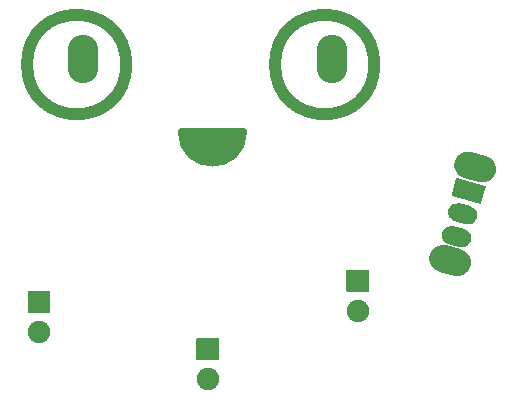
<source format=gbr>
%TF.GenerationSoftware,KiCad,Pcbnew,(5.1.8)-1*%
%TF.CreationDate,2021-01-11T11:59:14-08:00*%
%TF.ProjectId,v2attemptBlinky,76326174-7465-46d7-9074-426c696e6b79,rev?*%
%TF.SameCoordinates,Original*%
%TF.FileFunction,Soldermask,Top*%
%TF.FilePolarity,Negative*%
%FSLAX46Y46*%
G04 Gerber Fmt 4.6, Leading zero omitted, Abs format (unit mm)*
G04 Created by KiCad (PCBNEW (5.1.8)-1) date 2021-01-11 11:59:14*
%MOMM*%
%LPD*%
G01*
G04 APERTURE LIST*
%ADD10C,0.100000*%
%ADD11C,1.016000*%
%ADD12C,0.635000*%
%ADD13O,2.600000X4.100000*%
%ADD14C,1.900000*%
G04 APERTURE END LIST*
D10*
G36*
X114400000Y-100900000D02*
G01*
X113900000Y-101600000D01*
X113100000Y-102000000D01*
X112300000Y-102200000D01*
X111300000Y-102000000D01*
X110700000Y-101700000D01*
X110000000Y-100900000D01*
X109700000Y-100200000D01*
X109700000Y-99500000D01*
X114900000Y-99500000D01*
X114400000Y-100900000D01*
G37*
X114400000Y-100900000D02*
X113900000Y-101600000D01*
X113100000Y-102000000D01*
X112300000Y-102200000D01*
X111300000Y-102000000D01*
X110700000Y-101700000D01*
X110000000Y-100900000D01*
X109700000Y-100200000D01*
X109700000Y-99500000D01*
X114900000Y-99500000D01*
X114400000Y-100900000D01*
D11*
X125904955Y-93795045D02*
G75*
G03*
X125904955Y-93795045I-4204955J0D01*
G01*
D12*
X114800000Y-99500000D02*
G75*
G02*
X109600000Y-99500000I-2600000J0D01*
G01*
X109600000Y-99500000D02*
X114800000Y-99500000D01*
D11*
X104904955Y-93795045D02*
G75*
G03*
X104904955Y-93795045I-4204955J0D01*
G01*
%TO.C,SW1*%
G36*
G01*
X131990994Y-109113101D02*
X133246698Y-109449565D01*
G75*
G02*
X134059871Y-110858022I-297642J-1110815D01*
G01*
X134059871Y-110858022D01*
G75*
G02*
X132651414Y-111671195I-1110815J297642D01*
G01*
X131395710Y-111334731D01*
G75*
G02*
X130582537Y-109926274I297642J1110815D01*
G01*
X130582537Y-109926274D01*
G75*
G02*
X131990994Y-109113101I1110815J-297642D01*
G01*
G37*
G36*
G01*
X134113310Y-101192509D02*
X135369014Y-101528973D01*
G75*
G02*
X136182187Y-102937430I-297642J-1110815D01*
G01*
X136182187Y-102937430D01*
G75*
G02*
X134773730Y-103750603I-1110815J297642D01*
G01*
X133518026Y-103414139D01*
G75*
G02*
X132704853Y-102005682I297642J1110815D01*
G01*
X132704853Y-102005682D01*
G75*
G02*
X134113310Y-101192509I1110815J-297642D01*
G01*
G37*
G36*
G01*
X132588816Y-107461552D02*
X133554742Y-107720372D01*
G75*
G02*
X134120428Y-108700168I-207055J-772741D01*
G01*
X134120428Y-108700168D01*
G75*
G02*
X133140632Y-109265854I-772741J207055D01*
G01*
X132174706Y-109007034D01*
G75*
G02*
X131609020Y-108027238I207055J772741D01*
G01*
X131609020Y-108027238D01*
G75*
G02*
X132588816Y-107461552I772741J-207055D01*
G01*
G37*
G36*
G01*
X133106454Y-105529701D02*
X134072380Y-105788521D01*
G75*
G02*
X134638066Y-106768317I-207055J-772741D01*
G01*
X134638066Y-106768317D01*
G75*
G02*
X133658270Y-107334003I-772741J207055D01*
G01*
X132692344Y-107075183D01*
G75*
G02*
X132126658Y-106095387I207055J772741D01*
G01*
X132126658Y-106095387D01*
G75*
G02*
X133106454Y-105529701I772741J-207055D01*
G01*
G37*
G36*
G01*
X132899648Y-103403736D02*
X135314463Y-104050783D01*
G75*
G02*
X135349818Y-104112020I-12941J-48296D01*
G01*
X134961589Y-105560909D01*
G75*
G02*
X134900352Y-105596264I-48296J12941D01*
G01*
X132485537Y-104949217D01*
G75*
G02*
X132450182Y-104887980I12941J48296D01*
G01*
X132838411Y-103439091D01*
G75*
G02*
X132899648Y-103403736I48296J-12941D01*
G01*
G37*
%TD*%
D13*
%TO.C,BT1*%
X122300000Y-93300000D03*
X101218000Y-93300000D03*
%TD*%
%TO.C,D1*%
G36*
G01*
X96600000Y-112950000D02*
X98400000Y-112950000D01*
G75*
G02*
X98450000Y-113000000I0J-50000D01*
G01*
X98450000Y-114800000D01*
G75*
G02*
X98400000Y-114850000I-50000J0D01*
G01*
X96600000Y-114850000D01*
G75*
G02*
X96550000Y-114800000I0J50000D01*
G01*
X96550000Y-113000000D01*
G75*
G02*
X96600000Y-112950000I50000J0D01*
G01*
G37*
D14*
X97500000Y-116440000D03*
%TD*%
%TO.C,D2*%
G36*
G01*
X110900000Y-116950000D02*
X112700000Y-116950000D01*
G75*
G02*
X112750000Y-117000000I0J-50000D01*
G01*
X112750000Y-118800000D01*
G75*
G02*
X112700000Y-118850000I-50000J0D01*
G01*
X110900000Y-118850000D01*
G75*
G02*
X110850000Y-118800000I0J50000D01*
G01*
X110850000Y-117000000D01*
G75*
G02*
X110900000Y-116950000I50000J0D01*
G01*
G37*
X111800000Y-120440000D03*
%TD*%
%TO.C,D3*%
X124500000Y-114640000D03*
G36*
G01*
X123600000Y-111150000D02*
X125400000Y-111150000D01*
G75*
G02*
X125450000Y-111200000I0J-50000D01*
G01*
X125450000Y-113000000D01*
G75*
G02*
X125400000Y-113050000I-50000J0D01*
G01*
X123600000Y-113050000D01*
G75*
G02*
X123550000Y-113000000I0J50000D01*
G01*
X123550000Y-111200000D01*
G75*
G02*
X123600000Y-111150000I50000J0D01*
G01*
G37*
%TD*%
M02*

</source>
